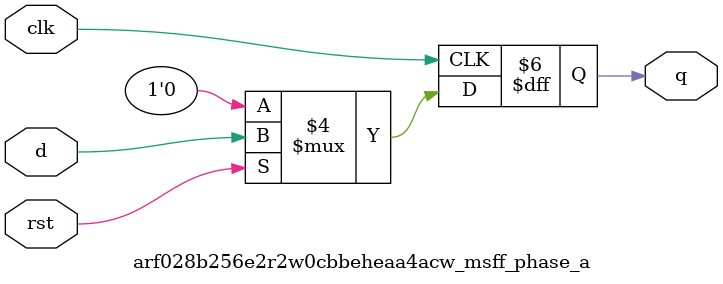
<source format=sv>
`ifndef ARF028B256E2R2W0CBBEHEAA4ACW_MSFF_PHASE_A_SV
`define ARF028B256E2R2W0CBBEHEAA4ACW_MSFF_PHASE_A_SV

module arf028b256e2r2w0cbbeheaa4acw_msff_phase_a #
(
  parameter DWIDTH = 1
)
(
  input  logic [DWIDTH-1:0] d,
  input  logic clk,
  input  logic rst,
  output logic [DWIDTH-1:0] q
);

always_ff @ (posedge clk) begin
  if (~rst) begin
    q <= '0;
  end
  else begin
    q <= d;
  end
end

endmodule // arf028b256e2r2w0cbbeheaa4acw_msff_phase_a

`endif // ARF028B256E2R2W0CBBEHEAA4ACW_MSFF_PHASE_A_SV
</source>
